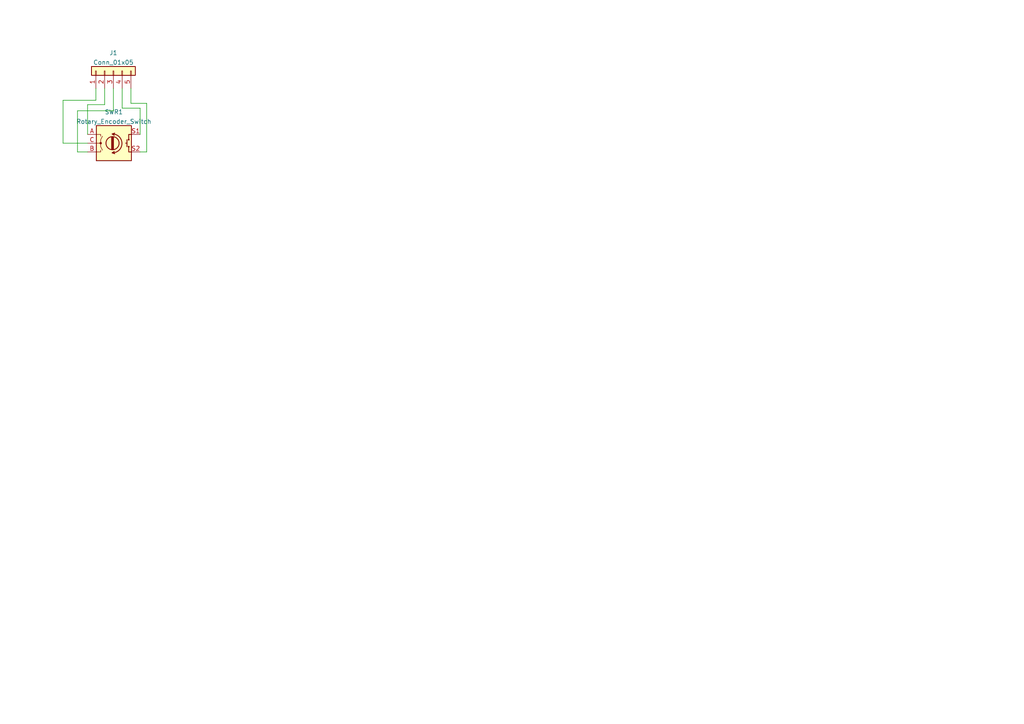
<source format=kicad_sch>
(kicad_sch (version 20211123) (generator eeschema)
  (paper "A4")
  (lib_symbols
    (symbol "Connector_Generic:Conn_01x05" (pin_names (offset 1.016) hide)
      (property "Reference" "J" (at 0 7.62 0))
      (property "Value" "Conn_01x05" (at 0 -7.62 0))
      (symbol "Conn_01x05_1_1"
        (rectangle (start -1.27 -4.953) (end 0 -5.207) (stroke (width 0.1524)))
        (rectangle (start -1.27 -2.413) (end 0 -2.667) (stroke (width 0.1524)))
        (rectangle (start -1.27 0.127) (end 0 -0.127) (stroke (width 0.1524)))
        (rectangle (start -1.27 2.667) (end 0 2.413) (stroke (width 0.1524)))
        (rectangle (start -1.27 5.207) (end 0 4.953) (stroke (width 0.1524)))
        (rectangle (start -1.27 6.35) (end 1.27 -6.35) (stroke (width 0.254)) (fill (type background)))
        (pin passive line (at -5.08 5.08 0) (length 3.81) (name "Pin_1") (number "1"))
        (pin passive line (at -5.08 2.54 0) (length 3.81) (name "Pin_2") (number "2"))
        (pin passive line (at -5.08 0 0) (length 3.81) (name "Pin_3") (number "3"))
        (pin passive line (at -5.08 -2.54 0) (length 3.81) (name "Pin_4") (number "4"))
        (pin passive line (at -5.08 -5.08 0) (length 3.81) (name "Pin_5") (number "5"))
      )
    )
    (symbol "keyboard:Rotary_Encoder_Switch" (pin_names (offset 0.254) hide)
      (property "Reference" "SW" (at 0 6.604 0))
      (property "Value" "Rotary_Encoder_Switch" (at 0 -6.604 0))
      (symbol "Rotary_Encoder_Switch_0_1"
        (rectangle (start -5.08 5.08) (end 5.08 -5.08) (stroke (width 0.254)) (fill (type background)))
        (circle (center -3.81 0) (radius 0.254) (fill (type outline)))
        (arc (start -0.381 -2.794) (mid 2.3622 -0.0635) (end -0.381 2.667) (stroke (width 0.254)))
        (circle (center -0.381 0) (radius 1.905) (stroke (width 0.254)))
        (polyline (pts (xy -0.635 -1.778) (xy -0.635 1.778)) (stroke (width 0.254)))
        (polyline (pts (xy -0.381 -1.778) (xy -0.381 1.778)) (stroke (width 0.254)))
        (polyline (pts (xy -0.127 1.778) (xy -0.127 -1.778)) (stroke (width 0.254)))
        (polyline (pts (xy 3.81 0) (xy 3.429 0)) (stroke (width 0.254)))
        (polyline (pts (xy 3.81 1.016) (xy 3.81 -1.016)) (stroke (width 0.254)))
        (polyline (pts (xy -5.08 -2.54) (xy -3.81 -2.54) (xy -3.81 -2.032)))
        (polyline (pts (xy -5.08 2.54) (xy -3.81 2.54) (xy -3.81 2.032)))
        (polyline (pts (xy 0.254 -3.048) (xy -0.508 -2.794) (xy 0.127 -2.413)) (stroke (width 0.254)))
        (polyline (pts (xy 0.254 2.921) (xy -0.508 2.667) (xy 0.127 2.286)) (stroke (width 0.254)))
        (polyline (pts (xy 5.08 -2.54) (xy 4.318 -2.54) (xy 4.318 -1.016)) (stroke (width 0.254)))
        (polyline (pts (xy 5.08 2.54) (xy 4.318 2.54) (xy 4.318 1.016)) (stroke (width 0.254)))
        (polyline (pts (xy -5.08 0) (xy -3.81 0) (xy -3.81 -1.016) (xy -3.302 -2.032)))
        (polyline (pts (xy -4.318 0) (xy -3.81 0) (xy -3.81 1.016) (xy -3.302 2.032)))
        (circle (center 4.318 -1.016) (radius 0.127) (stroke (width 0.254)))
        (circle (center 4.318 1.016) (radius 0.127) (stroke (width 0.254)))
      )
      (symbol "Rotary_Encoder_Switch_1_1"
        (pin passive line (at -7.62 2.54 0) (length 2.54) (name "A") (number "A"))
        (pin passive line (at -7.62 -2.54 0) (length 2.54) (name "B") (number "B"))
        (pin passive line (at -7.62 0 0) (length 2.54) (name "C") (number "C"))
        (pin passive line (at 7.62 2.54 180) (length 2.54) (name "S1") (number "S1"))
        (pin passive line (at 7.62 -2.54 180) (length 2.54) (name "S2") (number "S2"))
      )
    )
  )
  (wire (pts (xy 37.973 25.654) (xy 37.973 29.972)))
  (wire (pts (xy 32.893 32.131) (xy 32.893 25.654)))
  (wire (pts (xy 42.545 29.972) (xy 42.545 44.069)))
  (wire (pts (xy 18.288 29.083) (xy 18.288 41.529)))
  (wire (pts (xy 22.479 32.131) (xy 32.893 32.131)))
  (wire (pts (xy 18.288 41.529) (xy 25.4 41.529)))
  (wire (pts (xy 40.64 31.369) (xy 35.433 31.369)))
  (wire (pts (xy 22.479 44.069) (xy 22.479 32.131)))
  (wire (pts (xy 40.64 38.989) (xy 40.64 31.369)))
  (wire (pts (xy 25.4 38.989) (xy 25.4 30.353)))
  (wire (pts (xy 42.545 44.069) (xy 40.64 44.069)))
  (wire (pts (xy 25.4 44.069) (xy 22.479 44.069)))
  (wire (pts (xy 30.353 30.353) (xy 30.353 25.654)))
  (wire (pts (xy 37.973 29.972) (xy 42.545 29.972)))
  (wire (pts (xy 35.433 31.369) (xy 35.433 25.654)))
  (wire (pts (xy 27.813 25.654) (xy 27.813 29.083)))
  (wire (pts (xy 27.813 29.083) (xy 18.288 29.083)))
  (wire (pts (xy 25.4 30.353) (xy 30.353 30.353)))
  (symbol (lib_id "keyboard:Rotary_Encoder_Switch") (at 33.02 41.529 0) (unit 1)
    (property "Reference" "SWR1" (at 33.02 32.4825 0))
    (property "Value" "Rotary_Encoder_Switch" (at 33.02 35.2576 0))
    (property "Footprint" "keyboard:RotaryEncoder_Alps_EC11E-Switch_Vertical_H20mm" (effects hide))
  )
  (symbol (lib_id "Connector_Generic:Conn_01x05") (at 32.893 20.574 90) (unit 1)
    (property "Reference" "J1" (at 32.893 15.3375 90))
    (property "Value" "Conn_01x05" (at 32.893 18.1126 90))
    (property "Footprint" "keyboard:PinHeader_1x05_P2.54mm_Vertical" (effects hide))
  )
)
</source>
